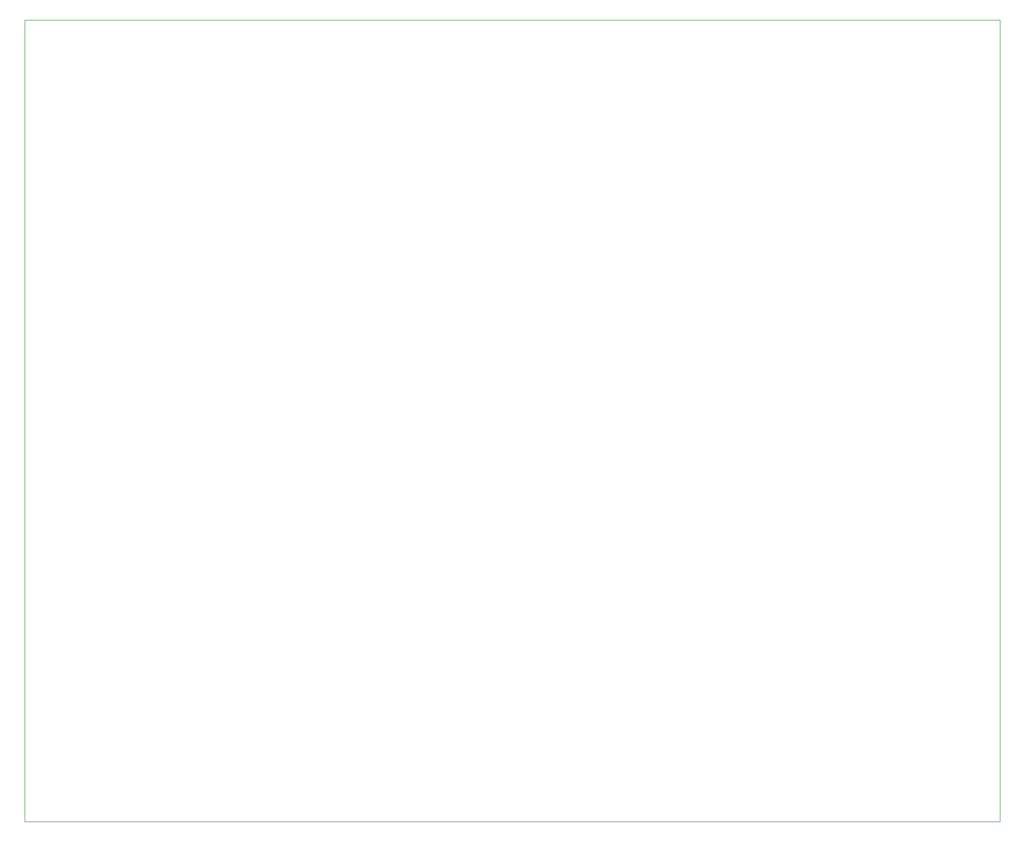
<source format=gm1>
G04 #@! TF.GenerationSoftware,KiCad,Pcbnew,(5.1.12-1-10_14)*
G04 #@! TF.CreationDate,2021-12-30T10:25:41+00:00*
G04 #@! TF.ProjectId,TICAF_v1,54494341-465f-4763-912e-6b696361645f,rev?*
G04 #@! TF.SameCoordinates,Original*
G04 #@! TF.FileFunction,Profile,NP*
%FSLAX46Y46*%
G04 Gerber Fmt 4.6, Leading zero omitted, Abs format (unit mm)*
G04 Created by KiCad (PCBNEW (5.1.12-1-10_14)) date 2021-12-30 10:25:41*
%MOMM*%
%LPD*%
G01*
G04 APERTURE LIST*
G04 #@! TA.AperFunction,Profile*
%ADD10C,0.050000*%
G04 #@! TD*
G04 APERTURE END LIST*
D10*
X173990000Y-22860000D02*
X16510000Y-22860000D01*
X173990000Y-152400000D02*
X173990000Y-22860000D01*
X16510000Y-152400000D02*
X173990000Y-152400000D01*
X16510000Y-22860000D02*
X16510000Y-152400000D01*
M02*

</source>
